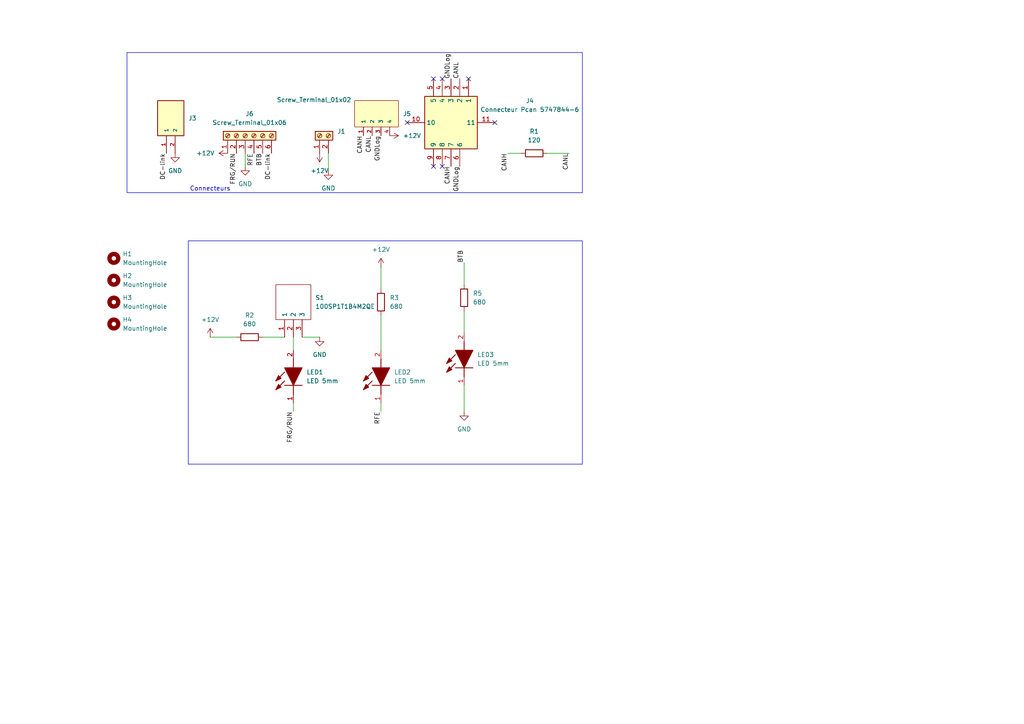
<source format=kicad_sch>
(kicad_sch (version 20250114) (generator "eeschema") (generator_version "9.0")
  (paper "A4")
  (lib_symbols
    (symbol "100SP1T1B4M2QE:100SP1T1B4M2QE" (pin_names (offset 0.762))
      (property "Reference" "S" (at 16.51 7.62 0))
      (property "Value" "100SP1T1B4M2QE" (at 16.51 5.08 0))
      (symbol "100SP1T1B4M2QE_0_0"
        (pin passive line (at 0 0 0) (length 5.08) (name "1") (number "1"))
        (pin passive line (at 0 -2.54 0) (length 5.08) (name "2") (number "2"))
        (pin passive line (at 0 -5.08 0) (length 5.08) (name "3") (number "3"))
      )
      (symbol "100SP1T1B4M2QE_0_1"
        (polyline (pts (xy 5.08 2.54) (xy 15.24 2.54) (xy 15.24 -7.62) (xy 5.08 -7.62) (xy 5.08 2.54)) (stroke (width 0.1524)))
      )
    )
    (symbol "Connector:Screw_Terminal_01x02" (pin_names (offset 1.016) (hide yes))
      (property "Reference" "J" (at 0 2.54 0))
      (property "Value" "Screw_Terminal_01x02" (at 0 -5.08 0))
      (symbol "Screw_Terminal_01x02_1_1"
        (rectangle (start -1.27 1.27) (end 1.27 -3.81) (stroke (width 0.254)) (fill (type background)))
        (polyline (pts (xy -0.5334 0.3302) (xy 0.3302 -0.508)) (stroke (width 0.1524)))
        (polyline (pts (xy -0.5334 -2.2098) (xy 0.3302 -3.048)) (stroke (width 0.1524)))
        (polyline (pts (xy -0.3556 0.508) (xy 0.508 -0.3302)) (stroke (width 0.1524)))
        (polyline (pts (xy -0.3556 -2.032) (xy 0.508 -2.8702)) (stroke (width 0.1524)))
        (circle (center 0 0) (radius 0.635) (stroke (width 0.1524)))
        (circle (center 0 -2.54) (radius 0.635) (stroke (width 0.1524)))
        (pin passive line (at -5.08 0 0) (length 3.81) (name "Pin_1") (number "1"))
        (pin passive line (at -5.08 -2.54 0) (length 3.81) (name "Pin_2") (number "2"))
      )
    )
    (symbol "Connector:Screw_Terminal_01x06" (pin_names (offset 1.016) (hide yes))
      (property "Reference" "J" (at 0 7.62 0))
      (property "Value" "Screw_Terminal_01x06" (at 0 -10.16 0))
      (symbol "Screw_Terminal_01x06_1_1"
        (rectangle (start -1.27 6.35) (end 1.27 -8.89) (stroke (width 0.254)) (fill (type background)))
        (polyline (pts (xy -0.5334 5.4102) (xy 0.3302 4.572)) (stroke (width 0.1524)))
        (polyline (pts (xy -0.5334 2.8702) (xy 0.3302 2.032)) (stroke (width 0.1524)))
        (polyline (pts (xy -0.5334 0.3302) (xy 0.3302 -0.508)) (stroke (width 0.1524)))
        (polyline (pts (xy -0.5334 -2.2098) (xy 0.3302 -3.048)) (stroke (width 0.1524)))
        (polyline (pts (xy -0.5334 -4.7498) (xy 0.3302 -5.588)) (stroke (width 0.1524)))
        (polyline (pts (xy -0.5334 -7.2898) (xy 0.3302 -8.128)) (stroke (width 0.1524)))
        (polyline (pts (xy -0.3556 5.588) (xy 0.508 4.7498)) (stroke (width 0.1524)))
        (polyline (pts (xy -0.3556 3.048) (xy 0.508 2.2098)) (stroke (width 0.1524)))
        (polyline (pts (xy -0.3556 0.508) (xy 0.508 -0.3302)) (stroke (width 0.1524)))
        (polyline (pts (xy -0.3556 -2.032) (xy 0.508 -2.8702)) (stroke (width 0.1524)))
        (polyline (pts (xy -0.3556 -4.572) (xy 0.508 -5.4102)) (stroke (width 0.1524)))
        (polyline (pts (xy -0.3556 -7.112) (xy 0.508 -7.9502)) (stroke (width 0.1524)))
        (circle (center 0 5.08) (radius 0.635) (stroke (width 0.1524)))
        (circle (center 0 2.54) (radius 0.635) (stroke (width 0.1524)))
        (circle (center 0 0) (radius 0.635) (stroke (width 0.1524)))
        (circle (center 0 -2.54) (radius 0.635) (stroke (width 0.1524)))
        (circle (center 0 -5.08) (radius 0.635) (stroke (width 0.1524)))
        (circle (center 0 -7.62) (radius 0.635) (stroke (width 0.1524)))
        (pin passive line (at -5.08 5.08 0) (length 3.81) (name "Pin_1") (number "1"))
        (pin passive line (at -5.08 2.54 0) (length 3.81) (name "Pin_2") (number "2"))
        (pin passive line (at -5.08 0 0) (length 3.81) (name "Pin_3") (number "3"))
        (pin passive line (at -5.08 -2.54 0) (length 3.81) (name "Pin_4") (number "4"))
        (pin passive line (at -5.08 -5.08 0) (length 3.81) (name "Pin_5") (number "5"))
        (pin passive line (at -5.08 -7.62 0) (length 3.81) (name "Pin_6") (number "6"))
      )
    )
    (symbol "Device:R" (pin_numbers (hide yes)) (pin_names (offset 0))
      (property "Reference" "R" (at 2.032 0 90))
      (property "Value" "R" (at 0 0 90))
      (symbol "R_0_1"
        (rectangle (start -1.016 -2.54) (end 1.016 2.54) (stroke (width 0.254)))
      )
      (symbol "R_1_1"
        (pin passive line (at 0 3.81 270) (length 1.27) (name "~") (number "1"))
        (pin passive line (at 0 -3.81 90) (length 1.27) (name "~") (number "2"))
      )
    )
    (symbol "EPSA_lib:2P Droit 22-11-2022" (pin_names (offset 1.016))
      (property "Reference" "J" (at 0 -2.54 0))
      (symbol "2P Droit 22-11-2022_0_0"
        (rectangle (start -5.08 2.54) (end 5.08 -5.08) (stroke (width 0.254)) (fill (type background)))
        (pin passive line (at -10.16 0 0) (length 5.08) (name "1") (number "1"))
        (pin passive line (at -10.16 -2.54 0) (length 5.08) (name "2") (number "2"))
      )
    )
    (symbol "EPSA_lib:4P Droit 22-11-2042" (pin_names (offset 1.016))
      (property "Reference" "J" (at 1.27 -1.27 0))
      (symbol "4P Droit 22-11-2042_0_0"
        (rectangle (start -2.54 -7.62) (end 5.08 5.08) (stroke (width 0.1524)) (fill (type background)))
        (pin passive line (at -5.08 2.54 0) (length 2.54) (name "1") (number "1"))
        (pin passive line (at -5.08 0 0) (length 2.54) (name "2") (number "2"))
        (pin passive line (at -5.08 -2.54 0) (length 2.54) (name "3") (number "3"))
        (pin passive line (at -5.08 -5.08 0) (length 2.54) (name "4") (number "4"))
      )
    )
    (symbol "EPSA_lib:Connecteur Peakcan 5747844-6"
      (property "Reference" "J" (at 21.59 12.7 0))
      (property "Value" "Connecteur Peakcan 5747844-6" (at 21.59 10.16 0))
      (symbol "Connecteur Peakcan 5747844-6_1_1"
        (rectangle (start 5.08 7.62) (end 20.32 -7.62) (stroke (width 0.254)) (fill (type background)))
        (pin passive line (at 0 0 0) (length 5.08) (name "10") (number "10"))
        (pin passive line (at 7.62 12.7 270) (length 5.08) (name "5") (number "5"))
        (pin passive line (at 7.62 -12.7 90) (length 5.08) (name "9") (number "9"))
        (pin passive line (at 10.16 12.7 270) (length 5.08) (name "4") (number "4"))
        (pin passive line (at 10.16 -12.7 90) (length 5.08) (name "8") (number "8"))
        (pin passive line (at 12.7 12.7 270) (length 5.08) (name "3") (number "3"))
        (pin passive line (at 12.7 -12.7 90) (length 5.08) (name "7") (number "7"))
        (pin passive line (at 15.24 12.7 270) (length 5.08) (name "2") (number "2"))
        (pin passive line (at 15.24 -12.7 90) (length 5.08) (name "6") (number "6"))
        (pin passive line (at 17.78 12.7 270) (length 5.08) (name "1") (number "1"))
        (pin passive line (at 25.4 0 180) (length 5.08) (name "11") (number "11"))
      )
    )
    (symbol "EPSA_lib:LED 5mm" (pin_names (hide yes))
      (property "Reference" "LED" (at 12.7 8.89 0))
      (property "Value" "LED 5mm" (at 12.7 6.35 0))
      (symbol "LED 5mm_1_1"
        (polyline (pts (xy 2.54 0) (xy 5.08 0)) (stroke (width 0.254)))
        (polyline (pts (xy 5.08 2.54) (xy 5.08 -2.54)) (stroke (width 0.254)))
        (polyline (pts (xy 5.08 0) (xy 10.16 2.54) (xy 10.16 -2.54) (xy 5.08 0)) (stroke (width 0.254)) (fill (type outline)))
        (polyline (pts (xy 5.334 4.318) (xy 4.572 3.556) (xy 3.81 5.08) (xy 5.334 4.318)) (stroke (width 0.254)) (fill (type outline)))
        (polyline (pts (xy 6.35 2.54) (xy 3.81 5.08)) (stroke (width 0.254)))
        (polyline (pts (xy 7.874 4.318) (xy 7.112 3.556) (xy 6.35 5.08) (xy 7.874 4.318)) (stroke (width 0.254)) (fill (type outline)))
        (polyline (pts (xy 8.89 2.54) (xy 6.35 5.08)) (stroke (width 0.254)))
        (polyline (pts (xy 10.16 0) (xy 12.7 0)) (stroke (width 0.254)))
        (pin passive line (at 0 0 0) (length 2.54) (name "K") (number "1"))
        (pin passive line (at 15.24 0 180) (length 2.54) (name "A") (number "2"))
      )
    )
    (symbol "Mechanical:MountingHole" (pin_names (offset 1.016)) (exclude_from_sim yes) (in_bom no)
      (property "Reference" "H" (at 0 5.08 0))
      (property "Value" "MountingHole" (at 0 3.175 0))
      (symbol "MountingHole_0_1"
        (circle (center 0 0) (radius 1.27) (stroke (width 1.27)))
      )
    )
    (symbol "power:+12V" (power) (pin_numbers (hide yes)) (pin_names (offset 0) (hide yes))
      (property "Value" "+12V" (at 0 3.556 0))
      (symbol "+12V_0_1"
        (polyline (pts (xy -0.762 1.27) (xy 0 2.54)))
        (polyline (pts (xy 0 2.54) (xy 0.762 1.27)))
        (polyline (pts (xy 0 0) (xy 0 2.54)))
      )
      (symbol "+12V_1_1"
        (pin power_in line (at 0 0 90) (length 0) (name "~") (number "1"))
      )
    )
    (symbol "power:GND" (power) (pin_numbers (hide yes)) (pin_names (offset 0) (hide yes))
      (property "Value" "GND" (at 0 -3.81 0))
      (symbol "GND_0_1"
        (polyline (pts (xy 0 0) (xy 0 -1.27) (xy 1.27 -1.27) (xy 0 -2.54) (xy -1.27 -1.27) (xy 0 -1.27)))
      )
      (symbol "GND_1_1"
        (pin power_in line (at 0 0 270) (length 0) (name "~") (number "1"))
      )
    )
  )
  (rectangle (start 54.61 69.85) (end 168.91 134.62))
  (rectangle (start 36.83 15.24) (end 168.91 55.88))
  (text "Connecteurs" (at 60.96 54.864 0) (effects (font (size 1.27 1.27))))
  (no_connect (at 118.11 35.56))
  (no_connect (at 135.89 22.86))
  (no_connect (at 125.73 22.86))
  (no_connect (at 125.73 48.26))
  (no_connect (at 128.27 22.86))
  (no_connect (at 143.51 35.56))
  (no_connect (at 128.27 48.26))
  (wire (pts (xy 76.2 97.79) (xy 82.55 97.79)))
  (wire (pts (xy 85.09 101.6) (xy 85.09 97.79)))
  (wire (pts (xy 158.75 44.45) (xy 165.1 44.45)))
  (wire (pts (xy 60.96 97.79) (xy 68.58 97.79)))
  (wire (pts (xy 134.62 90.17) (xy 134.62 96.52)))
  (wire (pts (xy 134.62 76.2) (xy 134.62 82.55)))
  (wire (pts (xy 110.49 91.44) (xy 110.49 101.6)))
  (wire (pts (xy 95.25 49.53) (xy 95.25 44.45)))
  (wire (pts (xy 110.49 119.38) (xy 110.49 116.84)))
  (wire (pts (xy 110.49 77.47) (xy 110.49 83.82)))
  (wire (pts (xy 134.62 111.76) (xy 134.62 119.38)))
  (wire (pts (xy 71.12 48.26) (xy 71.12 44.45)))
  (wire (pts (xy 85.09 119.38) (xy 85.09 116.84)))
  (wire (pts (xy 147.32 44.45) (xy 151.13 44.45)))
  (wire (pts (xy 92.71 97.79) (xy 87.63 97.79)))
  (label "CANH" (at 147.32 44.45 270))
  (label "FRG{slash}RUN" (at 68.58 44.45 270))
  (label "GNDLog" (at 110.49 39.37 270))
  (label "BTB" (at 134.62 76.2 90))
  (label "RFE" (at 110.49 119.38 270))
  (label "CANL" (at 107.95 39.37 270))
  (label "CANH" (at 130.81 48.26 270))
  (label "CANL" (at 133.35 22.86 90))
  (label "DC-link" (at 48.26 44.45 270))
  (label "FRG{slash}RUN" (at 85.09 119.38 270))
  (label "GNDLog" (at 130.81 22.86 90))
  (label "RFE" (at 73.66 44.45 270))
  (label "GNDLog" (at 133.35 48.26 270))
  (label "CANL" (at 165.1 44.45 270))
  (label "CANH" (at 105.41 39.37 270))
  (label "BTB" (at 76.2 44.45 270))
  (label "DC-link" (at 78.74 44.45 270))
  (symbol (lib_id "Mechanical:MountingHole") (at 33.02 87.63 0) (unit 1) (exclude_from_sim yes) (in_bom no)
    (property "Reference" "H3" (at 35.56 86.3599 0) (effects (justify left)))
    (property "Value" "MountingHole" (at 35.56 88.8999 0) (effects (justify left)))
    (property "Footprint" "MountingHole:MountingHole_4mm" (effects (hide yes)))
    (property "Description" "Mounting Hole without connection" (effects (hide yes)))
  )
  (symbol (lib_id "Device:R") (at 110.49 87.63 0) (unit 1)
    (property "Reference" "R3" (at 113.03 86.3599 0) (effects (justify left)))
    (property "Value" "680" (at 113.03 88.8999 0) (effects (justify left)))
    (property "Footprint" "Resistor_THT:R_Axial_DIN0207_L6.3mm_D2.5mm_P10.16mm_Horizontal" (effects (hide yes)))
    (property "Description" "Resistor" (effects (hide yes)))
  )
  (symbol (lib_id "Mechanical:MountingHole") (at 33.02 93.98 0) (unit 1) (exclude_from_sim yes) (in_bom no)
    (property "Reference" "H4" (at 35.56 92.7099 0) (effects (justify left)))
    (property "Value" "MountingHole" (at 35.56 95.2499 0) (effects (justify left)))
    (property "Footprint" "MountingHole:MountingHole_4mm" (effects (hide yes)))
    (property "Description" "Mounting Hole without connection" (effects (hide yes)))
  )
  (symbol (lib_id "Connector:Screw_Terminal_01x02") (at 92.71 39.37 90) (unit 1)
    (property "Reference" "J1" (at 97.79 38.0999 90) (effects (justify right)))
    (property "Value" "Screw_Terminal_01x02" (at 80.264 28.956 90) (effects (justify right)))
    (property "Footprint" "TerminalBlock:TerminalBlock_bornier-2_P5.08mm" (effects (hide yes)))
    (property "Description" "Generic screw terminal, single row, 01x02, script generated (kicad-library-utils/schlib/autogen/connector/)" (effects (hide yes)))
  )
  (symbol (lib_id "power:GND") (at 134.62 119.38 0) (unit 1)
    (property "Reference" "#PWR08" (effects (hide yes)))
    (property "Value" "GND" (at 134.62 124.46 0))
    (property "Description" "Power symbol creates a global label with name \"GND\" , ground" (effects (hide yes)))
  )
  (symbol (lib_id "power:GND") (at 95.25 49.53 0) (unit 1)
    (property "Reference" "#PWR01" (effects (hide yes)))
    (property "Value" "GND" (at 95.25 54.61 0))
    (property "Description" "Power symbol creates a global label with name \"GND\" , ground" (effects (hide yes)))
  )
  (symbol (lib_id "power:GND") (at 50.8 44.45 0) (unit 1)
    (property "Reference" "#PWR05" (effects (hide yes)))
    (property "Value" "GND" (at 50.8 49.53 0))
    (property "Description" "Power symbol creates a global label with name \"GND\" , ground" (effects (hide yes)))
  )
  (symbol (lib_id "power:GND") (at 71.12 48.26 0) (unit 1)
    (property "Reference" "#PWR04" (effects (hide yes)))
    (property "Value" "GND" (at 71.12 53.34 0))
    (property "Description" "Power symbol creates a global label with name \"GND\" , ground" (effects (hide yes)))
  )
  (symbol (lib_id "power:+12V") (at 66.04 44.45 90) (unit 1)
    (property "Reference" "#PWR03" (effects (hide yes)))
    (property "Value" "+12V" (at 62.23 44.4499 90) (effects (justify left)))
    (property "Description" "Power symbol creates a global label with name \"+12V\"" (effects (hide yes)))
  )
  (symbol (lib_id "power:+12V") (at 113.03 39.37 270) (unit 1)
    (property "Reference" "#PWR06" (effects (hide yes)))
    (property "Value" "+12V" (at 116.84 39.3699 90) (effects (justify left)))
    (property "Description" "Power symbol creates a global label with name \"+12V\"" (effects (hide yes)))
  )
  (symbol (lib_id "EPSA_lib:Connecteur Peakcan 5747844-6") (at 118.11 35.56 0) (unit 1)
    (property "Reference" "J4" (at 153.67 29.2414 0))
    (property "Value" "Connecteur Pcan 5747844-6" (at 153.67 31.7814 0))
    (property "Footprint" "57478446" (effects (hide yes)))
    (property "Datasheet" "https://www.te.com/commerce/DocumentDelivery/DDEController?Action=srchrtrv&DocNm=82068_AMPLIMITE_Right-Angle_Posted_Conn&DocType=Catalog%20Section&DocLang=English&PartCntxt=5747844-6&DocFormat=pdf" (effects (hide yes)))
    (property "Description" "Body Features: Connector Profile Standard | Mating Feature Material Zinc | Assembly Process Feature Material Copper Alloy | Mating Feature Plating Material Clear Chromate | Primary Product Color Black | Shell Plating Material Tin | Insert Material Zinc | Configuration Features: Number of Rows 2 | Number of Positions 9 | PCB Mount Orientation Right Angle | Contact Features: Contact Base Material Phosphor Bronze | Contact Mating Area Plating Material Thickness 30 MICIN | Contact Mating Area Plating Material G" (effects (hide yes)))
    (property "Height" "12" (effects (hide yes)))
    (property "Mouser Part Number" "571-5747844-6" (effects (hide yes)))
    (property "Mouser Price/Stock" "https://www.mouser.co.uk/ProductDetail/TE-Connectivity/5747844-6?qs=x6EjVpvqMVNBaI3EeeZZVw%3D%3D" (effects (hide yes)))
    (property "Manufacturer_Name" "TE Connectivity" (effects (hide yes)))
    (property "Manufacturer_Part_Number" "5747844-6" (effects (hide yes)))
  )
  (symbol (lib_id "EPSA_lib:4P Droit 22-11-2042") (at 107.95 34.29 90) (unit 1)
    (property "Reference" "J5" (at 116.84 33.0199 90) (effects (justify right)))
    (property "Value" "4P Droit 22-11-2042" (effects (hide yes)))
    (property "Footprint" "EPSA_lib:MOLEX_22-11-2042" (effects (hide yes)))
    (property "Datasheet" "https://www.molex.com/en-us/products/part-detail/22112042?display=pdf" (effects (hide yes)))
    (property "Render Name" "4P Droit" (effects (hide yes)))
    (property "Manufacturer_Name" "Molex" (effects (hide yes)))
    (property "Manufacturer_Part_Number" "22-11-2042" (effects (hide yes)))
    (property "Mouser Part Number" "538-22-11-2042" (effects (hide yes)))
    (property "Mouser Price/Stock" "https://www.mouser.fr/ProductDetail/Molex/22-11-2042?qs=mrPiglD9aYJfi57%2FgjU4lw%3D%3D" (effects (hide yes)))
  )
  (symbol (lib_id "power:+12V") (at 92.71 44.45 180) (unit 1)
    (property "Reference" "#PWR02" (effects (hide yes)))
    (property "Value" "+12V" (at 92.71 49.53 0))
    (property "Description" "Power symbol creates a global label with name \"+12V\"" (effects (hide yes)))
  )
  (symbol (lib_id "EPSA_lib:2P Droit 22-11-2022") (at 48.26 34.29 90) (unit 1)
    (property "Reference" "J3" (at 54.61 34.2899 90) (effects (justify right)))
    (property "Value" "2P Droit 22-11-2022" (effects (hide yes)))
    (property "Footprint" "EPSA_lib:MOLEX_22-11-2022" (effects (hide yes)))
    (property "Datasheet" "https://www.molex.com/en-us/products/part-detail/22112022?display=pdf" (effects (hide yes)))
    (property "Height" "10.66mm" (effects (hide yes)))
    (property "Render Name" "2P Droit" (effects (hide yes)))
    (property "Manufacturer_Name" "Molex" (effects (hide yes)))
    (property "Manufacturer_Part_Number" "22-11-2022" (effects (hide yes)))
    (property "Mouser Part Number" "538-22-11-2022" (effects (hide yes)))
    (property "Mouser Price/Stock" "https://www.mouser.fr/ProductDetail/Molex/22-11-2022?qs=mrPiglD9aYLq1NGrfjXTJg%3D%3D" (effects (hide yes)))
  )
  (symbol (lib_id "Device:R") (at 154.94 44.45 90) (unit 1)
    (property "Reference" "R1" (at 154.94 38.1 90))
    (property "Value" "120" (at 154.94 40.64 90))
    (property "Footprint" "Resistor_THT:R_Axial_DIN0207_L6.3mm_D2.5mm_P10.16mm_Horizontal" (effects (hide yes)))
    (property "Description" "Resistor" (effects (hide yes)))
  )
  (symbol (lib_id "Device:R") (at 72.39 97.79 90) (unit 1)
    (property "Reference" "R2" (at 72.39 91.44 90))
    (property "Value" "680" (at 72.39 93.98 90))
    (property "Footprint" "Resistor_THT:R_Axial_DIN0207_L6.3mm_D2.5mm_P10.16mm_Horizontal" (effects (hide yes)))
    (property "Description" "Resistor" (effects (hide yes)))
  )
  (symbol (lib_id "Mechanical:MountingHole") (at 33.02 74.93 0) (unit 1) (exclude_from_sim yes) (in_bom no)
    (property "Reference" "H1" (at 35.56 73.6599 0) (effects (justify left)))
    (property "Value" "MountingHole" (at 35.56 76.1999 0) (effects (justify left)))
    (property "Footprint" "MountingHole:MountingHole_4mm" (effects (hide yes)))
    (property "Description" "Mounting Hole without connection" (effects (hide yes)))
  )
  (symbol (lib_id "power:+12V") (at 60.96 97.79 0) (unit 1)
    (property "Reference" "#PWR010" (effects (hide yes)))
    (property "Value" "+12V" (at 60.96 92.71 0))
    (property "Description" "Power symbol creates a global label with name \"+12V\"" (effects (hide yes)))
  )
  (symbol (lib_id "Device:R") (at 134.62 86.36 0) (unit 1)
    (property "Reference" "R5" (at 137.16 85.0899 0) (effects (justify left)))
    (property "Value" "680" (at 137.16 87.6299 0) (effects (justify left)))
    (property "Footprint" "Resistor_THT:R_Axial_DIN0207_L6.3mm_D2.5mm_P10.16mm_Horizontal" (effects (hide yes)))
    (property "Description" "Resistor" (effects (hide yes)))
  )
  (symbol (lib_id "Connector:Screw_Terminal_01x06") (at 71.12 39.37 90) (unit 1)
    (property "Reference" "J6" (at 72.39 33.02 90))
    (property "Value" "Screw_Terminal_01x06" (at 72.39 35.56 90))
    (property "Footprint" "TerminalBlock:TerminalBlock_bornier-6_P5.08mm" (effects (hide yes)))
    (property "Description" "Generic screw terminal, single row, 01x06, script generated (kicad-library-utils/schlib/autogen/connector/)" (effects (hide yes)))
  )
  (symbol (lib_id "EPSA_lib:LED 5mm") (at 134.62 111.76 90) (unit 1)
    (property "Reference" "LED3" (at 138.43 102.8699 90) (effects (justify right)))
    (property "Value" "LED 5mm" (at 138.43 105.4099 90) (effects (justify right)))
    (property "Footprint" "4302H55V" (effects (hide yes)))
    (property "Datasheet" "https://datasheet.datasheetarchive.com/originals/distributors/Datasheets_SAMA/a41ef812660e98d4a989505f94662604.pdf" (effects (hide yes)))
    (property "Description" "LED Uni-Color Green 565nm 2-Pin T-1 3/4 Bag" (effects (hide yes)))
    (property "Height" "9.06" (effects (hide yes)))
    (property "Mouser Part Number" "606-4302H5-5V" (effects (hide yes)))
    (property "Mouser Price/Stock" "https://www.mouser.co.uk/ProductDetail/VCC/4302H5-5V?qs=qp111mKzDjjxM5ex4WzyIw%3D%3D" (effects (hide yes)))
    (property "Manufacturer_Name" "Visual Communications Company" (effects (hide yes)))
    (property "Manufacturer_Part_Number" "4302H5-5V" (effects (hide yes)))
  )
  (symbol (lib_id "100SP1T1B4M2QE:100SP1T1B4M2QE") (at 82.55 97.79 90) (unit 1)
    (property "Reference" "S1" (at 91.44 86.3599 90) (effects (justify right)))
    (property "Value" "100SP1T1B4M2QE" (at 91.44 88.8999 90) (effects (justify right)))
    (property "Footprint" "100SP1T1B4M2QE" (effects (hide yes)))
    (property "Datasheet" "https://configured-product-images.s3.amazonaws.com/2D/specs/100SP1T1B4M2QE.pdf" (effects (hide yes)))
    (property "Description" "TOGGLE, 5A, 120VAC/28VDC SPDT, On-On Through Hole" (effects (hide yes)))
    (property "Height" "28" (effects (hide yes)))
    (property "Mouser Part Number" "612-100-A1421" (effects (hide yes)))
    (property "Mouser Price/Stock" "https://www.mouser.co.uk/ProductDetail/E-Switch/100SP1T1B4M2QE?qs=YXf4ACKMM4xJ0mJK%2FyIa1g%3D%3D" (effects (hide yes)))
    (property "Manufacturer_Name" "E-Switch" (effects (hide yes)))
    (property "Manufacturer_Part_Number" "100SP1T1B4M2QE" (effects (hide yes)))
  )
  (symbol (lib_id "Mechanical:MountingHole") (at 33.02 81.28 0) (unit 1) (exclude_from_sim yes) (in_bom no)
    (property "Reference" "H2" (at 35.56 80.0099 0) (effects (justify left)))
    (property "Value" "MountingHole" (at 35.56 82.5499 0) (effects (justify left)))
    (property "Footprint" "MountingHole:MountingHole_4mm" (effects (hide yes)))
    (property "Description" "Mounting Hole without connection" (effects (hide yes)))
  )
  (symbol (lib_id "power:GND") (at 92.71 97.79 0) (unit 1)
    (property "Reference" "#PWR07" (effects (hide yes)))
    (property "Value" "GND" (at 92.71 102.87 0))
    (property "Description" "Power symbol creates a global label with name \"GND\" , ground" (effects (hide yes)))
  )
  (symbol (lib_id "EPSA_lib:LED 5mm") (at 110.49 116.84 90) (unit 1)
    (property "Reference" "LED2" (at 114.3 107.9499 90) (effects (justify right)))
    (property "Value" "LED 5mm" (at 114.3 110.4899 90) (effects (justify right)))
    (property "Footprint" "4302H55V" (effects (hide yes)))
    (property "Datasheet" "https://datasheet.datasheetarchive.com/originals/distributors/Datasheets_SAMA/a41ef812660e98d4a989505f94662604.pdf" (effects (hide yes)))
    (property "Description" "LED Uni-Color Green 565nm 2-Pin T-1 3/4 Bag" (effects (hide yes)))
    (property "Height" "9.06" (effects (hide yes)))
    (property "Mouser Part Number" "606-4302H5-5V" (effects (hide yes)))
    (property "Mouser Price/Stock" "https://www.mouser.co.uk/ProductDetail/VCC/4302H5-5V?qs=qp111mKzDjjxM5ex4WzyIw%3D%3D" (effects (hide yes)))
    (property "Manufacturer_Name" "Visual Communications Company" (effects (hide yes)))
    (property "Manufacturer_Part_Number" "4302H5-5V" (effects (hide yes)))
  )
  (symbol (lib_id "EPSA_lib:LED 5mm") (at 85.09 116.84 90) (unit 1)
    (property "Reference" "LED1" (at 88.9 107.9499 90) (effects (justify right)))
    (property "Value" "LED 5mm" (at 88.9 110.4899 90) (effects (justify right)))
    (property "Footprint" "4302H55V" (effects (hide yes)))
    (property "Datasheet" "https://datasheet.datasheetarchive.com/originals/distributors/Datasheets_SAMA/a41ef812660e98d4a989505f94662604.pdf" (effects (hide yes)))
    (property "Description" "LED Uni-Color Green 565nm 2-Pin T-1 3/4 Bag" (effects (hide yes)))
    (property "Height" "9.06" (effects (hide yes)))
    (property "Mouser Part Number" "606-4302H5-5V" (effects (hide yes)))
    (property "Mouser Price/Stock" "https://www.mouser.co.uk/ProductDetail/VCC/4302H5-5V?qs=qp111mKzDjjxM5ex4WzyIw%3D%3D" (effects (hide yes)))
    (property "Manufacturer_Name" "Visual Communications Company" (effects (hide yes)))
    (property "Manufacturer_Part_Number" "4302H5-5V" (effects (hide yes)))
  )
  (symbol (lib_id "power:+12V") (at 110.49 77.47 0) (unit 1)
    (property "Reference" "#PWR09" (effects (hide yes)))
    (property "Value" "+12V" (at 110.49 72.39 0))
    (property "Description" "Power symbol creates a global label with name \"+12V\"" (effects (hide yes)))
  )
)
</source>
